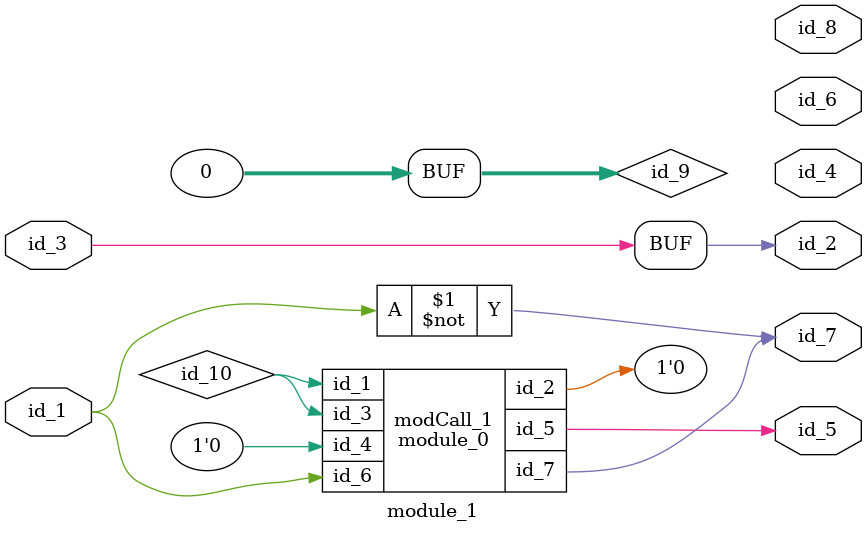
<source format=v>
module module_0 (
    id_1,
    id_2,
    id_3,
    id_4,
    id_5,
    id_6,
    id_7
);
  output wire id_7;
  input wire id_6;
  output wire id_5;
  input wire id_4;
  input wire id_3;
  inout wire id_2;
  input wire id_1;
  assign id_2 = !id_3;
  wire id_8, id_9, id_10, id_11;
  assign module_1.id_1 = 0;
endmodule
module module_1 (
    id_1,
    id_2,
    id_3,
    id_4,
    id_5,
    id_6,
    id_7,
    id_8
);
  output wire id_8;
  output wire id_7;
  output wire id_6;
  output wire id_5;
  output wire id_4;
  input wire id_3;
  output wire id_2;
  input wire id_1;
  integer id_9 = id_3;
  assign id_2[1 : 1'b0] = id_3;
  assign id_7 = ~id_1;
  assign id_9 = 1'b0;
  wire id_10;
  module_0 modCall_1 (
      id_10,
      id_9,
      id_10,
      id_9,
      id_5,
      id_1,
      id_7
  );
endmodule

</source>
